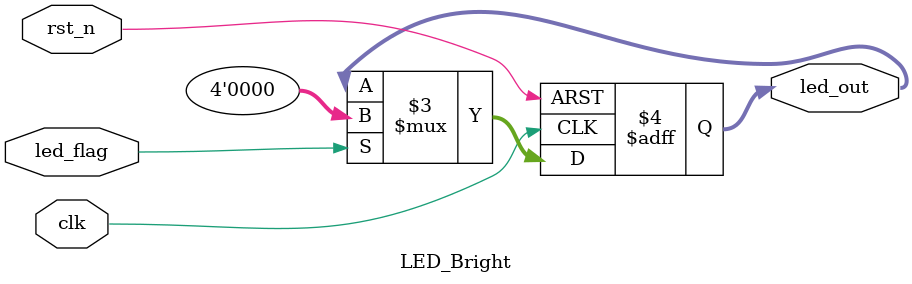
<source format=v>
module LED_Bright (
	input clk,
	input rst_n,
	input led_flag,
	output reg [3:0] led_out
);

	always @(posedge clk or negedge rst_n) begin
		if(~rst_n) begin
			led_out <= 4'b1111;
		end else begin
			led_out <= (led_flag) ? 4'b0000 : led_out;
		end
	end

endmodule
</source>
